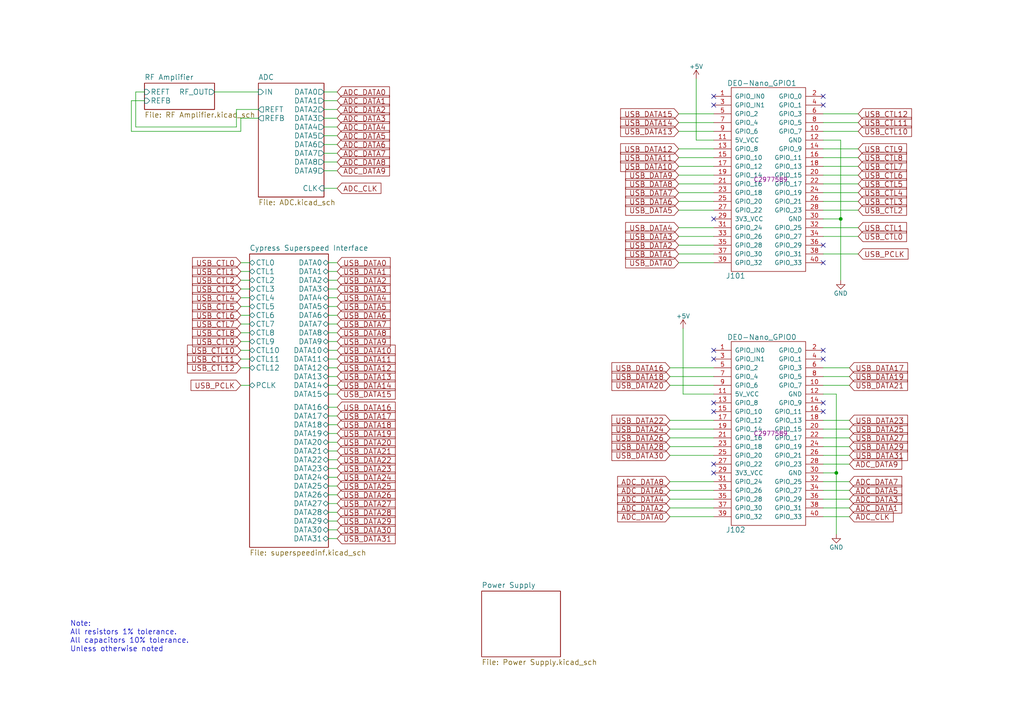
<source format=kicad_sch>
(kicad_sch (version 20250114) (generator "eeschema") (generator_version "9.0")
  (paper "A4")
  (title_block (title "Domesday Duplicator") (date "2018-06-19") (rev "3.0.1") (company "https://www.domesday86.com") (comment 1 "(c)2018 Simon Inns") (comment 2 "License: Attribution-ShareAlike 4.0 International (CC BY-SA 4.0)"))
  (lib_symbols
    (symbol "+5V_1" (power) (pin_names (offset 0))
      (property "Value" "+5V" (at 0 3.556 0))
      (symbol "+5V_1_0_1"
        (polyline (pts (xy -0.762 1.27) (xy 0 2.54)))
        (polyline (pts (xy 0 2.54) (xy 0.762 1.27)))
        (polyline (pts (xy 0 0) (xy 0 2.54)))
      )
      (symbol "+5V_1_1_1"
        (pin power_in line (at 0 0 90) (length 0) (hide yes) (name "+5V") (number "1"))
      )
    )
    (symbol "+5V_2" (power) (pin_names (offset 0))
      (property "Value" "+5V" (at 0 3.556 0))
      (symbol "+5V_2_0_1"
        (polyline (pts (xy -0.762 1.27) (xy 0 2.54)))
        (polyline (pts (xy 0 2.54) (xy 0.762 1.27)))
        (polyline (pts (xy 0 0) (xy 0 2.54)))
      )
      (symbol "+5V_2_1_1"
        (pin power_in line (at 0 0 90) (length 0) (hide yes) (name "+5V") (number "1"))
      )
    )
    (symbol "+5V_3" (power) (pin_names (offset 0))
      (property "Value" "+5V" (at 0 3.556 0))
      (symbol "+5V_3_0_1"
        (polyline (pts (xy -0.762 1.27) (xy 0 2.54)))
        (polyline (pts (xy 0 2.54) (xy 0.762 1.27)))
        (polyline (pts (xy 0 0) (xy 0 2.54)))
      )
      (symbol "+5V_3_1_1"
        (pin power_in line (at 0 0 90) (length 0) (hide yes) (name "+5V") (number "1"))
      )
    )
    (symbol "+5V_4" (power) (pin_names (offset 0))
      (property "Value" "+5V" (at 0 3.556 0))
      (symbol "+5V_4_0_1"
        (polyline (pts (xy -0.762 1.27) (xy 0 2.54)))
        (polyline (pts (xy 0 2.54) (xy 0.762 1.27)))
        (polyline (pts (xy 0 0) (xy 0 2.54)))
      )
      (symbol "+5V_4_1_1"
        (pin power_in line (at 0 0 90) (length 0) (hide yes) (name "+5V") (number "1"))
      )
    )
    (symbol "GND_1" (power) (pin_names (offset 0))
      (property "Value" "GND" (at 0 -3.81 0))
      (symbol "GND_1_0_1"
        (polyline (pts (xy 0 0) (xy 0 -1.27) (xy 1.27 -1.27) (xy 0 -2.54) (xy -1.27 -1.27) (xy 0 -1.27)))
      )
      (symbol "GND_1_1_1"
        (pin power_in line (at 0 0 270) (length 0) (hide yes) (name "GND") (number "1"))
      )
    )
    (symbol "GND_2" (power) (pin_names (offset 0))
      (property "Value" "GND" (at 0 -3.81 0))
      (symbol "GND_2_0_1"
        (polyline (pts (xy 0 0) (xy 0 -1.27) (xy 1.27 -1.27) (xy 0 -2.54) (xy -1.27 -1.27) (xy 0 -1.27)))
      )
      (symbol "GND_2_1_1"
        (pin power_in line (at 0 0 270) (length 0) (hide yes) (name "GND") (number "1"))
      )
    )
    (symbol "GND_3" (power) (pin_names (offset 0))
      (property "Value" "GND" (at 0 -3.81 0))
      (symbol "GND_3_0_1"
        (polyline (pts (xy 0 0) (xy 0 -1.27) (xy 1.27 -1.27) (xy 0 -2.54) (xy -1.27 -1.27) (xy 0 -1.27)))
      )
      (symbol "GND_3_1_1"
        (pin power_in line (at 0 0 270) (length 0) (hide yes) (name "GND") (number "1"))
      )
    )
    (symbol "GND_4" (power) (pin_names (offset 0))
      (property "Value" "GND" (at 0 -3.81 0))
      (symbol "GND_4_0_1"
        (polyline (pts (xy 0 0) (xy 0 -1.27) (xy 1.27 -1.27) (xy 0 -2.54) (xy -1.27 -1.27) (xy 0 -1.27)))
      )
      (symbol "GND_4_1_1"
        (pin power_in line (at 0 0 270) (length 0) (hide yes) (name "GND") (number "1"))
      )
    )
    (symbol "de0-nano_gpio:DE0-Nano_GPIO" (pin_names (offset 1.016))
      (property "Reference" "J" (at -10.16 -27.94 0))
      (property "Value" "DE0-Nano_GPIO" (at -2.54 27.94 0))
      (symbol "DE0-Nano_GPIO_0_1"
        (rectangle (start -11.43 26.67) (end 10.16 -26.67))
      )
      (symbol "DE0-Nano_GPIO_1_1"
        (pin input line (at -16.51 24.13 0) (length 5.08) (name "GPIO_IN0") (number "1"))
        (pin input line (at -16.51 21.59 0) (length 5.08) (name "GPIO_IN1") (number "3"))
        (pin bidirectional line (at -16.51 19.05 0) (length 5.08) (name "GPIO_2") (number "5"))
        (pin bidirectional line (at -16.51 16.51 0) (length 5.08) (name "GPIO_4") (number "7"))
        (pin bidirectional line (at -16.51 13.97 0) (length 5.08) (name "GPIO_6") (number "9"))
        (pin power_in line (at -16.51 11.43 0) (length 5.08) (name "5V_VCC") (number "11"))
        (pin bidirectional line (at -16.51 8.89 0) (length 5.08) (name "GPIO_8") (number "13"))
        (pin bidirectional line (at -16.51 6.35 0) (length 5.08) (name "GPIO_10") (number "15"))
        (pin bidirectional line (at -16.51 3.81 0) (length 5.08) (name "GPIO_12") (number "17"))
        (pin bidirectional line (at -16.51 1.27 0) (length 5.08) (name "GPIO_14") (number "19"))
        (pin bidirectional line (at -16.51 -1.27 0) (length 5.08) (name "GPIO_16") (number "21"))
        (pin bidirectional line (at -16.51 -3.81 0) (length 5.08) (name "GPIO_18") (number "23"))
        (pin bidirectional line (at -16.51 -6.35 0) (length 5.08) (name "GPIO_20") (number "25"))
        (pin bidirectional line (at -16.51 -8.89 0) (length 5.08) (name "GPIO_22") (number "27"))
        (pin power_in line (at -16.51 -11.43 0) (length 5.08) (name "3V3_VCC") (number "29"))
        (pin bidirectional line (at -16.51 -13.97 0) (length 5.08) (name "GPIO_24") (number "31"))
        (pin bidirectional line (at -16.51 -16.51 0) (length 5.08) (name "GPIO_26") (number "33"))
        (pin bidirectional line (at -16.51 -19.05 0) (length 5.08) (name "GPIO_28") (number "35"))
        (pin bidirectional line (at -16.51 -21.59 0) (length 5.08) (name "GPIO_30") (number "37"))
        (pin bidirectional line (at -16.51 -24.13 0) (length 5.08) (name "GPIO_32") (number "39"))
        (pin bidirectional line (at 15.24 24.13 180) (length 5.08) (name "GPIO_0") (number "2"))
        (pin bidirectional line (at 15.24 21.59 180) (length 5.08) (name "GPIO_1") (number "4"))
        (pin bidirectional line (at 15.24 19.05 180) (length 5.08) (name "GPIO_3") (number "6"))
        (pin bidirectional line (at 15.24 16.51 180) (length 5.08) (name "GPIO_5") (number "8"))
        (pin bidirectional line (at 15.24 13.97 180) (length 5.08) (name "GPIO_7") (number "10"))
        (pin power_in line (at 15.24 11.43 180) (length 5.08) (name "GND") (number "12"))
        (pin bidirectional line (at 15.24 8.89 180) (length 5.08) (name "GPIO_9") (number "14"))
        (pin bidirectional line (at 15.24 6.35 180) (length 5.08) (name "GPIO_11") (number "16"))
        (pin bidirectional line (at 15.24 3.81 180) (length 5.08) (name "GPIO_13") (number "18"))
        (pin bidirectional line (at 15.24 1.27 180) (length 5.08) (name "GPIO_15") (number "20"))
        (pin bidirectional line (at 15.24 -1.27 180) (length 5.08) (name "GPIO_17") (number "22"))
        (pin bidirectional line (at 15.24 -3.81 180) (length 5.08) (name "GPIO_19") (number "24"))
        (pin bidirectional line (at 15.24 -6.35 180) (length 5.08) (name "GPIO_21") (number "26"))
        (pin bidirectional line (at 15.24 -8.89 180) (length 5.08) (name "GPIO_23") (number "28"))
        (pin power_in line (at 15.24 -11.43 180) (length 5.08) (name "GND") (number "30"))
        (pin bidirectional line (at 15.24 -13.97 180) (length 5.08) (name "GPIO_25") (number "32"))
        (pin bidirectional line (at 15.24 -16.51 180) (length 5.08) (name "GPIO_27") (number "34"))
        (pin bidirectional line (at 15.24 -19.05 180) (length 5.08) (name "GPIO_29") (number "36"))
        (pin bidirectional line (at 15.24 -21.59 180) (length 5.08) (name "GPIO_31") (number "38"))
        (pin bidirectional line (at 15.24 -24.13 180) (length 5.08) (name "GPIO_33") (number "40"))
      )
    )
  )
  (text "Note:\nAll resistors 1% tolerance.\nAll capacitors 10% tolerance.\nUnless otherwise noted" (at 20.32 189.23 0) (effects (font (size 1.524 1.524)) (justify left bottom)))
  (junction (at 243.84 63.5))
  (junction (at 242.57 137.16))
  (no_connect (at 238.76 119.38))
  (no_connect (at 207.01 30.48))
  (no_connect (at 207.01 63.5))
  (no_connect (at 238.76 101.6))
  (no_connect (at 238.76 71.12))
  (no_connect (at 207.01 119.38))
  (no_connect (at 238.76 76.2))
  (no_connect (at 238.76 27.94))
  (no_connect (at 207.01 27.94))
  (no_connect (at 207.01 104.14))
  (no_connect (at 238.76 30.48))
  (no_connect (at 207.01 116.84))
  (no_connect (at 207.01 134.62))
  (no_connect (at 238.76 104.14))
  (no_connect (at 207.01 101.6))
  (no_connect (at 238.76 116.84))
  (no_connect (at 207.01 137.16))
  (wire (pts (xy 248.92 35.56) (xy 238.76 35.56)))
  (wire (pts (xy 248.92 60.96) (xy 238.76 60.96)))
  (wire (pts (xy 238.76 106.68) (xy 246.38 106.68)))
  (wire (pts (xy 69.85 83.82) (xy 72.39 83.82)))
  (wire (pts (xy 97.79 106.68) (xy 95.25 106.68)))
  (wire (pts (xy 194.31 127) (xy 207.01 127)))
  (wire (pts (xy 39.37 26.67) (xy 41.91 26.67)))
  (wire (pts (xy 95.25 138.43) (xy 97.79 138.43)))
  (wire (pts (xy 242.57 114.3) (xy 242.57 137.16)))
  (wire (pts (xy 194.31 139.7) (xy 207.01 139.7)))
  (wire (pts (xy 95.25 135.89) (xy 97.79 135.89)))
  (wire (pts (xy 196.85 53.34) (xy 207.01 53.34)))
  (wire (pts (xy 97.79 88.9) (xy 95.25 88.9)))
  (wire (pts (xy 95.25 133.35) (xy 97.79 133.35)))
  (wire (pts (xy 238.76 139.7) (xy 246.38 139.7)))
  (wire (pts (xy 238.76 38.1) (xy 248.92 38.1)))
  (wire (pts (xy 196.85 43.18) (xy 207.01 43.18)))
  (wire (pts (xy 238.76 121.92) (xy 246.38 121.92)))
  (wire (pts (xy 238.76 111.76) (xy 246.38 111.76)))
  (wire (pts (xy 69.85 78.74) (xy 72.39 78.74)))
  (wire (pts (xy 207.01 129.54) (xy 194.31 129.54)))
  (wire (pts (xy 93.98 36.83) (xy 97.79 36.83)))
  (wire (pts (xy 238.76 58.42) (xy 248.92 58.42)))
  (wire (pts (xy 198.12 114.3) (xy 207.01 114.3)))
  (wire (pts (xy 238.76 114.3) (xy 242.57 114.3)))
  (wire (pts (xy 194.31 147.32) (xy 207.01 147.32)))
  (wire (pts (xy 93.98 31.75) (xy 97.79 31.75)))
  (wire (pts (xy 95.25 143.51) (xy 97.79 143.51)))
  (wire (pts (xy 246.38 144.78) (xy 238.76 144.78)))
  (wire (pts (xy 69.85 76.2) (xy 72.39 76.2)))
  (wire (pts (xy 246.38 109.22) (xy 238.76 109.22)))
  (wire (pts (xy 243.84 40.64) (xy 243.84 63.5)))
  (wire (pts (xy 69.85 111.76) (xy 72.39 111.76)))
  (wire (pts (xy 238.76 134.62) (xy 246.38 134.62)))
  (wire (pts (xy 97.79 104.14) (xy 95.25 104.14)))
  (wire (pts (xy 207.01 66.04) (xy 196.85 66.04)))
  (wire (pts (xy 69.85 86.36) (xy 72.39 86.36)))
  (wire (pts (xy 93.98 39.37) (xy 97.79 39.37)))
  (wire (pts (xy 201.93 40.64) (xy 207.01 40.64)))
  (wire (pts (xy 243.84 63.5) (xy 243.84 81.28)))
  (wire (pts (xy 196.85 73.66) (xy 207.01 73.66)))
  (wire (pts (xy 95.25 146.05) (xy 97.79 146.05)))
  (wire (pts (xy 246.38 124.46) (xy 238.76 124.46)))
  (wire (pts (xy 194.31 142.24) (xy 207.01 142.24)))
  (wire (pts (xy 207.01 149.86) (xy 194.31 149.86)))
  (wire (pts (xy 97.79 96.52) (xy 95.25 96.52)))
  (wire (pts (xy 194.31 106.68) (xy 207.01 106.68)))
  (wire (pts (xy 93.98 46.99) (xy 97.79 46.99)))
  (wire (pts (xy 95.25 128.27) (xy 97.79 128.27)))
  (wire (pts (xy 207.01 124.46) (xy 194.31 124.46)))
  (wire (pts (xy 93.98 34.29) (xy 97.79 34.29)))
  (wire (pts (xy 97.79 81.28) (xy 95.25 81.28)))
  (wire (pts (xy 198.12 114.3) (xy 198.12 95.25)))
  (wire (pts (xy 246.38 142.24) (xy 238.76 142.24)))
  (wire (pts (xy 238.76 137.16) (xy 242.57 137.16)))
  (wire (pts (xy 207.01 38.1) (xy 196.85 38.1)))
  (wire (pts (xy 238.76 40.64) (xy 243.84 40.64)))
  (wire (pts (xy 97.79 76.2) (xy 95.25 76.2)))
  (wire (pts (xy 238.76 63.5) (xy 243.84 63.5)))
  (wire (pts (xy 248.92 48.26) (xy 238.76 48.26)))
  (wire (pts (xy 97.79 114.3) (xy 95.25 114.3)))
  (wire (pts (xy 93.98 54.61) (xy 97.79 54.61)))
  (wire (pts (xy 93.98 49.53) (xy 97.79 49.53)))
  (wire (pts (xy 69.85 104.14) (xy 72.39 104.14)))
  (wire (pts (xy 242.57 137.16) (xy 242.57 154.94)))
  (wire (pts (xy 194.31 144.78) (xy 207.01 144.78)))
  (wire (pts (xy 248.92 68.58) (xy 238.76 68.58)))
  (wire (pts (xy 194.31 132.08) (xy 207.01 132.08)))
  (wire (pts (xy 196.85 76.2) (xy 207.01 76.2)))
  (wire (pts (xy 238.76 132.08) (xy 246.38 132.08)))
  (wire (pts (xy 69.85 106.68) (xy 72.39 106.68)))
  (wire (pts (xy 69.85 34.29) (xy 69.85 38.1)))
  (wire (pts (xy 97.79 86.36) (xy 95.25 86.36)))
  (wire (pts (xy 69.85 38.1) (xy 38.1 38.1)))
  (wire (pts (xy 196.85 50.8) (xy 207.01 50.8)))
  (wire (pts (xy 69.85 93.98) (xy 72.39 93.98)))
  (wire (pts (xy 248.92 53.34) (xy 238.76 53.34)))
  (wire (pts (xy 95.25 148.59) (xy 97.79 148.59)))
  (wire (pts (xy 69.85 101.6) (xy 72.39 101.6)))
  (wire (pts (xy 69.85 81.28) (xy 72.39 81.28)))
  (wire (pts (xy 62.23 26.67) (xy 74.93 26.67)))
  (wire (pts (xy 207.01 109.22) (xy 194.31 109.22)))
  (wire (pts (xy 196.85 55.88) (xy 207.01 55.88)))
  (wire (pts (xy 238.76 73.66) (xy 248.92 73.66)))
  (wire (pts (xy 69.85 99.06) (xy 72.39 99.06)))
  (wire (pts (xy 246.38 149.86) (xy 238.76 149.86)))
  (wire (pts (xy 69.85 91.44) (xy 72.39 91.44)))
  (wire (pts (xy 238.76 43.18) (xy 248.92 43.18)))
  (wire (pts (xy 69.85 96.52) (xy 72.39 96.52)))
  (wire (pts (xy 238.76 127) (xy 246.38 127)))
  (wire (pts (xy 95.25 125.73) (xy 97.79 125.73)))
  (wire (pts (xy 95.25 140.97) (xy 97.79 140.97)))
  (wire (pts (xy 93.98 44.45) (xy 97.79 44.45)))
  (wire (pts (xy 93.98 41.91) (xy 97.79 41.91)))
  (wire (pts (xy 246.38 147.32) (xy 238.76 147.32)))
  (wire (pts (xy 95.25 118.11) (xy 97.79 118.11)))
  (wire (pts (xy 68.58 31.75) (xy 68.58 36.83)))
  (wire (pts (xy 201.93 40.64) (xy 201.93 22.86)))
  (wire (pts (xy 74.93 34.29) (xy 69.85 34.29)))
  (wire (pts (xy 97.79 99.06) (xy 95.25 99.06)))
  (wire (pts (xy 238.76 45.72) (xy 248.92 45.72)))
  (wire (pts (xy 238.76 55.88) (xy 248.92 55.88)))
  (wire (pts (xy 196.85 58.42) (xy 207.01 58.42)))
  (wire (pts (xy 95.25 120.65) (xy 97.79 120.65)))
  (wire (pts (xy 196.85 68.58) (xy 207.01 68.58)))
  (wire (pts (xy 196.85 60.96) (xy 207.01 60.96)))
  (wire (pts (xy 238.76 50.8) (xy 248.92 50.8)))
  (wire (pts (xy 95.25 151.13) (xy 97.79 151.13)))
  (wire (pts (xy 93.98 26.67) (xy 97.79 26.67)))
  (wire (pts (xy 97.79 109.22) (xy 95.25 109.22)))
  (wire (pts (xy 196.85 48.26) (xy 207.01 48.26)))
  (wire (pts (xy 95.25 130.81) (xy 97.79 130.81)))
  (wire (pts (xy 207.01 33.02) (xy 196.85 33.02)))
  (wire (pts (xy 238.76 66.04) (xy 248.92 66.04)))
  (wire (pts (xy 238.76 33.02) (xy 248.92 33.02)))
  (wire (pts (xy 196.85 71.12) (xy 207.01 71.12)))
  (wire (pts (xy 97.79 91.44) (xy 95.25 91.44)))
  (wire (pts (xy 194.31 121.92) (xy 207.01 121.92)))
  (wire (pts (xy 95.25 153.67) (xy 97.79 153.67)))
  (wire (pts (xy 38.1 38.1) (xy 38.1 29.21)))
  (wire (pts (xy 93.98 29.21) (xy 97.79 29.21)))
  (wire (pts (xy 69.85 88.9) (xy 72.39 88.9)))
  (wire (pts (xy 97.79 83.82) (xy 95.25 83.82)))
  (wire (pts (xy 97.79 78.74) (xy 95.25 78.74)))
  (wire (pts (xy 95.25 156.21) (xy 97.79 156.21)))
  (wire (pts (xy 74.93 31.75) (xy 68.58 31.75)))
  (wire (pts (xy 95.25 123.19) (xy 97.79 123.19)))
  (wire (pts (xy 196.85 45.72) (xy 207.01 45.72)))
  (wire (pts (xy 194.31 111.76) (xy 207.01 111.76)))
  (wire (pts (xy 196.85 35.56) (xy 207.01 35.56)))
  (wire (pts (xy 39.37 36.83) (xy 39.37 26.67)))
  (wire (pts (xy 97.79 101.6) (xy 95.25 101.6)))
  (wire (pts (xy 38.1 29.21) (xy 41.91 29.21)))
  (wire (pts (xy 97.79 93.98) (xy 95.25 93.98)))
  (wire (pts (xy 246.38 129.54) (xy 238.76 129.54)))
  (wire (pts (xy 68.58 36.83) (xy 39.37 36.83)))
  (wire (pts (xy 97.79 111.76) (xy 95.25 111.76)))
  (global_label "USB_DATA9" (shape input) (at 196.85 50.8 180) (effects (font (size 1.524 1.524))) (property "Intersheetrefs" "${INTERSHEET_REFS}" (effects (hide yes))))
  (global_label "ADC_CLK" (shape input) (at 246.38 149.86 0) (effects (font (size 1.524 1.524))) (property "Intersheetrefs" "${INTERSHEET_REFS}" (effects (hide yes))))
  (global_label "USB_DATA3" (shape input) (at 196.85 68.58 180) (effects (font (size 1.524 1.524))) (property "Intersheetrefs" "${INTERSHEET_REFS}" (effects (hide yes))))
  (global_label "USB_CTL1" (shape input) (at 69.85 78.74 180) (effects (font (size 1.524 1.524))) (property "Intersheetrefs" "${INTERSHEET_REFS}" (effects (hide yes))))
  (global_label "ADC_DATA3" (shape input) (at 246.38 144.78 0) (effects (font (size 1.524 1.524))) (property "Intersheetrefs" "${INTERSHEET_REFS}" (effects (hide yes))))
  (global_label "ADC_DATA3" (shape input) (at 97.79 34.29 0) (effects (font (size 1.524 1.524))) (property "Intersheetrefs" "${INTERSHEET_REFS}" (effects (hide yes))))
  (global_label "USB_DATA2" (shape input) (at 97.79 81.28 0) (effects (font (size 1.524 1.524))) (property "Intersheetrefs" "${INTERSHEET_REFS}" (effects (hide yes))))
  (global_label "USB_DATA19" (shape input) (at 97.79 125.73 0) (effects (font (size 1.524 1.524))) (property "Intersheetrefs" "${INTERSHEET_REFS}" (effects (hide yes))))
  (global_label "USB_DATA11" (shape input) (at 97.79 104.14 0) (effects (font (size 1.524 1.524))) (property "Intersheetrefs" "${INTERSHEET_REFS}" (effects (hide yes))))
  (global_label "USB_DATA26" (shape input) (at 97.79 143.51 0) (effects (font (size 1.524 1.524))) (property "Intersheetrefs" "${INTERSHEET_REFS}" (effects (hide yes))))
  (global_label "USB_DATA8" (shape input) (at 196.85 53.34 180) (effects (font (size 1.524 1.524))) (property "Intersheetrefs" "${INTERSHEET_REFS}" (effects (hide yes))))
  (global_label "USB_CTL8" (shape input) (at 248.92 45.72 0) (effects (font (size 1.524 1.524))) (property "Intersheetrefs" "${INTERSHEET_REFS}" (effects (hide yes))))
  (global_label "USB_DATA24" (shape input) (at 97.79 138.43 0) (effects (font (size 1.524 1.524))) (property "Intersheetrefs" "${INTERSHEET_REFS}" (effects (hide yes))))
  (global_label "USB_CTL12" (shape input) (at 69.85 106.68 180) (effects (font (size 1.524 1.524))) (property "Intersheetrefs" "${INTERSHEET_REFS}" (effects (hide yes))))
  (global_label "USB_DATA27" (shape input) (at 246.38 127 0) (effects (font (size 1.524 1.524))) (property "Intersheetrefs" "${INTERSHEET_REFS}" (effects (hide yes))))
  (global_label "USB_DATA8" (shape input) (at 97.79 96.52 0) (effects (font (size 1.524 1.524))) (property "Intersheetrefs" "${INTERSHEET_REFS}" (effects (hide yes))))
  (global_label "USB_DATA31" (shape input) (at 97.79 156.21 0) (effects (font (size 1.524 1.524))) (property "Intersheetrefs" "${INTERSHEET_REFS}" (effects (hide yes))))
  (global_label "USB_DATA22" (shape input) (at 97.79 133.35 0) (effects (font (size 1.524 1.524))) (property "Intersheetrefs" "${INTERSHEET_REFS}" (effects (hide yes))))
  (global_label "USB_CTL0" (shape input) (at 69.85 76.2 180) (effects (font (size 1.524 1.524))) (property "Intersheetrefs" "${INTERSHEET_REFS}" (effects (hide yes))))
  (global_label "USB_DATA30" (shape input) (at 194.31 132.08 180) (effects (font (size 1.524 1.524))) (property "Intersheetrefs" "${INTERSHEET_REFS}" (effects (hide yes))))
  (global_label "USB_DATA9" (shape input) (at 97.79 99.06 0) (effects (font (size 1.524 1.524))) (property "Intersheetrefs" "${INTERSHEET_REFS}" (effects (hide yes))))
  (global_label "USB_CTL5" (shape input) (at 69.85 88.9 180) (effects (font (size 1.524 1.524))) (property "Intersheetrefs" "${INTERSHEET_REFS}" (effects (hide yes))))
  (global_label "USB_DATA10" (shape input) (at 97.79 101.6 0) (effects (font (size 1.524 1.524))) (property "Intersheetrefs" "${INTERSHEET_REFS}" (effects (hide yes))))
  (global_label "USB_DATA3" (shape input) (at 97.79 83.82 0) (effects (font (size 1.524 1.524))) (property "Intersheetrefs" "${INTERSHEET_REFS}" (effects (hide yes))))
  (global_label "USB_DATA17" (shape input) (at 97.79 120.65 0) (effects (font (size 1.524 1.524))) (property "Intersheetrefs" "${INTERSHEET_REFS}" (effects (hide yes))))
  (global_label "USB_DATA28" (shape input) (at 194.31 129.54 180) (effects (font (size 1.524 1.524))) (property "Intersheetrefs" "${INTERSHEET_REFS}" (effects (hide yes))))
  (global_label "USB_CTL5" (shape input) (at 248.92 53.34 0) (effects (font (size 1.524 1.524))) (property "Intersheetrefs" "${INTERSHEET_REFS}" (effects (hide yes))))
  (global_label "USB_DATA18" (shape input) (at 194.31 109.22 180) (effects (font (size 1.524 1.524))) (property "Intersheetrefs" "${INTERSHEET_REFS}" (effects (hide yes))))
  (global_label "USB_CTL11" (shape input) (at 69.85 104.14 180) (effects (font (size 1.524 1.524))) (property "Intersheetrefs" "${INTERSHEET_REFS}" (effects (hide yes))))
  (global_label "ADC_CLK" (shape input) (at 97.79 54.61 0) (effects (font (size 1.524 1.524))) (property "Intersheetrefs" "${INTERSHEET_REFS}" (effects (hide yes))))
  (global_label "USB_DATA6" (shape input) (at 97.79 91.44 0) (effects (font (size 1.524 1.524))) (property "Intersheetrefs" "${INTERSHEET_REFS}" (effects (hide yes))))
  (global_label "USB_CTL12" (shape input) (at 248.92 33.02 0) (effects (font (size 1.524 1.524))) (property "Intersheetrefs" "${INTERSHEET_REFS}" (effects (hide yes))))
  (global_label "USB_DATA23" (shape input) (at 97.79 135.89 0) (effects (font (size 1.524 1.524))) (property "Intersheetrefs" "${INTERSHEET_REFS}" (effects (hide yes))))
  (global_label "USB_DATA7" (shape input) (at 196.85 55.88 180) (effects (font (size 1.524 1.524))) (property "Intersheetrefs" "${INTERSHEET_REFS}" (effects (hide yes))))
  (global_label "USB_PCLK" (shape input) (at 69.85 111.76 180) (effects (font (size 1.524 1.524))) (property "Intersheetrefs" "${INTERSHEET_REFS}" (effects (hide yes))))
  (global_label "USB_DATA1" (shape input) (at 196.85 73.66 180) (effects (font (size 1.524 1.524))) (property "Intersheetrefs" "${INTERSHEET_REFS}" (effects (hide yes))))
  (global_label "USB_DATA16" (shape input) (at 194.31 106.68 180) (effects (font (size 1.524 1.524))) (property "Intersheetrefs" "${INTERSHEET_REFS}" (effects (hide yes))))
  (global_label "USB_DATA15" (shape input) (at 97.79 114.3 0) (effects (font (size 1.524 1.524))) (property "Intersheetrefs" "${INTERSHEET_REFS}" (effects (hide yes))))
  (global_label "USB_DATA19" (shape input) (at 246.38 109.22 0) (effects (font (size 1.524 1.524))) (property "Intersheetrefs" "${INTERSHEET_REFS}" (effects (hide yes))))
  (global_label "ADC_DATA0" (shape input) (at 194.31 149.86 180) (effects (font (size 1.524 1.524))) (property "Intersheetrefs" "${INTERSHEET_REFS}" (effects (hide yes))))
  (global_label "USB_PCLK" (shape input) (at 248.92 73.66 0) (effects (font (size 1.524 1.524))) (property "Intersheetrefs" "${INTERSHEET_REFS}" (effects (hide yes))))
  (global_label "USB_CTL9" (shape input) (at 69.85 99.06 180) (effects (font (size 1.524 1.524))) (property "Intersheetrefs" "${INTERSHEET_REFS}" (effects (hide yes))))
  (global_label "ADC_DATA2" (shape input) (at 97.79 31.75 0) (effects (font (size 1.524 1.524))) (property "Intersheetrefs" "${INTERSHEET_REFS}" (effects (hide yes))))
  (global_label "ADC_DATA2" (shape input) (at 194.31 147.32 180) (effects (font (size 1.524 1.524))) (property "Intersheetrefs" "${INTERSHEET_REFS}" (effects (hide yes))))
  (global_label "USB_DATA24" (shape input) (at 194.31 124.46 180) (effects (font (size 1.524 1.524))) (property "Intersheetrefs" "${INTERSHEET_REFS}" (effects (hide yes))))
  (global_label "ADC_DATA9" (shape input) (at 246.38 134.62 0) (effects (font (size 1.524 1.524))) (property "Intersheetrefs" "${INTERSHEET_REFS}" (effects (hide yes))))
  (global_label "USB_CTL4" (shape input) (at 248.92 55.88 0) (effects (font (size 1.524 1.524))) (property "Intersheetrefs" "${INTERSHEET_REFS}" (effects (hide yes))))
  (global_label "USB_DATA10" (shape input) (at 196.85 48.26 180) (effects (font (size 1.524 1.524))) (property "Intersheetrefs" "${INTERSHEET_REFS}" (effects (hide yes))))
  (global_label "USB_CTL3" (shape input) (at 69.85 83.82 180) (effects (font (size 1.524 1.524))) (property "Intersheetrefs" "${INTERSHEET_REFS}" (effects (hide yes))))
  (global_label "USB_CTL2" (shape input) (at 69.85 81.28 180) (effects (font (size 1.524 1.524))) (property "Intersheetrefs" "${INTERSHEET_REFS}" (effects (hide yes))))
  (global_label "USB_DATA13" (shape input) (at 97.79 109.22 0) (effects (font (size 1.524 1.524))) (property "Intersheetrefs" "${INTERSHEET_REFS}" (effects (hide yes))))
  (global_label "USB_CTL0" (shape input) (at 248.92 68.58 0) (effects (font (size 1.524 1.524))) (property "Intersheetrefs" "${INTERSHEET_REFS}" (effects (hide yes))))
  (global_label "USB_CTL6" (shape input) (at 69.85 91.44 180) (effects (font (size 1.524 1.524))) (property "Intersheetrefs" "${INTERSHEET_REFS}" (effects (hide yes))))
  (global_label "USB_CTL10" (shape input) (at 69.85 101.6 180) (effects (font (size 1.524 1.524))) (property "Intersheetrefs" "${INTERSHEET_REFS}" (effects (hide yes))))
  (global_label "USB_DATA25" (shape input) (at 97.79 140.97 0) (effects (font (size 1.524 1.524))) (property "Intersheetrefs" "${INTERSHEET_REFS}" (effects (hide yes))))
  (global_label "USB_DATA16" (shape input) (at 97.79 118.11 0) (effects (font (size 1.524 1.524))) (property "Intersheetrefs" "${INTERSHEET_REFS}" (effects (hide yes))))
  (global_label "USB_DATA14" (shape input) (at 97.79 111.76 0) (effects (font (size 1.524 1.524))) (property "Intersheetrefs" "${INTERSHEET_REFS}" (effects (hide yes))))
  (global_label "USB_CTL2" (shape input) (at 248.92 60.96 0) (effects (font (size 1.524 1.524))) (property "Intersheetrefs" "${INTERSHEET_REFS}" (effects (hide yes))))
  (global_label "USB_DATA20" (shape input) (at 97.79 128.27 0) (effects (font (size 1.524 1.524))) (property "Intersheetrefs" "${INTERSHEET_REFS}" (effects (hide yes))))
  (global_label "ADC_DATA5" (shape input) (at 97.79 39.37 0) (effects (font (size 1.524 1.524))) (property "Intersheetrefs" "${INTERSHEET_REFS}" (effects (hide yes))))
  (global_label "USB_DATA1" (shape input) (at 97.79 78.74 0) (effects (font (size 1.524 1.524))) (property "Intersheetrefs" "${INTERSHEET_REFS}" (effects (hide yes))))
  (global_label "ADC_DATA6" (shape input) (at 97.79 41.91 0) (effects (font (size 1.524 1.524))) (property "Intersheetrefs" "${INTERSHEET_REFS}" (effects (hide yes))))
  (global_label "USB_DATA5" (shape input) (at 97.79 88.9 0) (effects (font (size 1.524 1.524))) (property "Intersheetrefs" "${INTERSHEET_REFS}" (effects (hide yes))))
  (global_label "USB_DATA26" (shape input) (at 194.31 127 180) (effects (font (size 1.524 1.524))) (property "Intersheetrefs" "${INTERSHEET_REFS}" (effects (hide yes))))
  (global_label "USB_DATA17" (shape input) (at 246.38 106.68 0) (effects (font (size 1.524 1.524))) (property "Intersheetrefs" "${INTERSHEET_REFS}" (effects (hide yes))))
  (global_label "USB_DATA12" (shape input) (at 97.79 106.68 0) (effects (font (size 1.524 1.524))) (property "Intersheetrefs" "${INTERSHEET_REFS}" (effects (hide yes))))
  (global_label "USB_DATA4" (shape input) (at 196.85 66.04 180) (effects (font (size 1.524 1.524))) (property "Intersheetrefs" "${INTERSHEET_REFS}" (effects (hide yes))))
  (global_label "USB_CTL8" (shape input) (at 69.85 96.52 180) (effects (font (size 1.524 1.524))) (property "Intersheetrefs" "${INTERSHEET_REFS}" (effects (hide yes))))
  (global_label "USB_DATA12" (shape input) (at 196.85 43.18 180) (effects (font (size 1.524 1.524))) (property "Intersheetrefs" "${INTERSHEET_REFS}" (effects (hide yes))))
  (global_label "USB_DATA28" (shape input) (at 97.79 148.59 0) (effects (font (size 1.524 1.524))) (property "Intersheetrefs" "${INTERSHEET_REFS}" (effects (hide yes))))
  (global_label "USB_DATA0" (shape input) (at 97.79 76.2 0) (effects (font (size 1.524 1.524))) (property "Intersheetrefs" "${INTERSHEET_REFS}" (effects (hide yes))))
  (global_label "USB_CTL3" (shape input) (at 248.92 58.42 0) (effects (font (size 1.524 1.524))) (property "Intersheetrefs" "${INTERSHEET_REFS}" (effects (hide yes))))
  (global_label "ADC_DATA1" (shape input) (at 97.79 29.21 0) (effects (font (size 1.524 1.524))) (property "Intersheetrefs" "${INTERSHEET_REFS}" (effects (hide yes))))
  (global_label "ADC_DATA8" (shape input) (at 97.79 46.99 0) (effects (font (size 1.524 1.524))) (property "Intersheetrefs" "${INTERSHEET_REFS}" (effects (hide yes))))
  (global_label "ADC_DATA6" (shape input) (at 194.31 142.24 180) (effects (font (size 1.524 1.524))) (property "Intersheetrefs" "${INTERSHEET_REFS}" (effects (hide yes))))
  (global_label "USB_DATA21" (shape input) (at 246.38 111.76 0) (effects (font (size 1.524 1.524))) (property "Intersheetrefs" "${INTERSHEET_REFS}" (effects (hide yes))))
  (global_label "USB_DATA6" (shape input) (at 196.85 58.42 180) (effects (font (size 1.524 1.524))) (property "Intersheetrefs" "${INTERSHEET_REFS}" (effects (hide yes))))
  (global_label "USB_DATA22" (shape input) (at 194.31 121.92 180) (effects (font (size 1.524 1.524))) (property "Intersheetrefs" "${INTERSHEET_REFS}" (effects (hide yes))))
  (global_label "ADC_DATA8" (shape input) (at 194.31 139.7 180) (effects (font (size 1.524 1.524))) (property "Intersheetrefs" "${INTERSHEET_REFS}" (effects (hide yes))))
  (global_label "USB_DATA29" (shape input) (at 246.38 129.54 0) (effects (font (size 1.524 1.524))) (property "Intersheetrefs" "${INTERSHEET_REFS}" (effects (hide yes))))
  (global_label "USB_DATA31" (shape input) (at 246.38 132.08 0) (effects (font (size 1.524 1.524))) (property "Intersheetrefs" "${INTERSHEET_REFS}" (effects (hide yes))))
  (global_label "USB_DATA7" (shape input) (at 97.79 93.98 0) (effects (font (size 1.524 1.524))) (property "Intersheetrefs" "${INTERSHEET_REFS}" (effects (hide yes))))
  (global_label "USB_CTL6" (shape input) (at 248.92 50.8 0) (effects (font (size 1.524 1.524))) (property "Intersheetrefs" "${INTERSHEET_REFS}" (effects (hide yes))))
  (global_label "USB_DATA4" (shape input) (at 97.79 86.36 0) (effects (font (size 1.524 1.524))) (property "Intersheetrefs" "${INTERSHEET_REFS}" (effects (hide yes))))
  (global_label "ADC_DATA4" (shape input) (at 97.79 36.83 0) (effects (font (size 1.524 1.524))) (property "Intersheetrefs" "${INTERSHEET_REFS}" (effects (hide yes))))
  (global_label "ADC_DATA9" (shape input) (at 97.79 49.53 0) (effects (font (size 1.524 1.524))) (property "Intersheetrefs" "${INTERSHEET_REFS}" (effects (hide yes))))
  (global_label "USB_DATA23" (shape input) (at 246.38 121.92 0) (effects (font (size 1.524 1.524))) (property "Intersheetrefs" "${INTERSHEET_REFS}" (effects (hide yes))))
  (global_label "USB_DATA21" (shape input) (at 97.79 130.81 0) (effects (font (size 1.524 1.524))) (property "Intersheetrefs" "${INTERSHEET_REFS}" (effects (hide yes))))
  (global_label "USB_DATA0" (shape input) (at 196.85 76.2 180) (effects (font (size 1.524 1.524))) (property "Intersheetrefs" "${INTERSHEET_REFS}" (effects (hide yes))))
  (global_label "USB_DATA29" (shape input) (at 97.79 151.13 0) (effects (font (size 1.524 1.524))) (property "Intersheetrefs" "${INTERSHEET_REFS}" (effects (hide yes))))
  (global_label "USB_CTL1" (shape input) (at 248.92 66.04 0) (effects (font (size 1.524 1.524))) (property "Intersheetrefs" "${INTERSHEET_REFS}" (effects (hide yes))))
  (global_label "USB_CTL7" (shape input) (at 69.85 93.98 180) (effects (font (size 1.524 1.524))) (property "Intersheetrefs" "${INTERSHEET_REFS}" (effects (hide yes))))
  (global_label "USB_DATA25" (shape input) (at 246.38 124.46 0) (effects (font (size 1.524 1.524))) (property "Intersheetrefs" "${INTERSHEET_REFS}" (effects (hide yes))))
  (global_label "USB_CTL4" (shape input) (at 69.85 86.36 180) (effects (font (size 1.524 1.524))) (property "Intersheetrefs" "${INTERSHEET_REFS}" (effects (hide yes))))
  (global_label "USB_CTL10" (shape input) (at 248.92 38.1 0) (effects (font (size 1.524 1.524))) (property "Intersheetrefs" "${INTERSHEET_REFS}" (effects (hide yes))))
  (global_label "USB_DATA11" (shape input) (at 196.85 45.72 180) (effects (font (size 1.524 1.524))) (property "Intersheetrefs" "${INTERSHEET_REFS}" (effects (hide yes))))
  (global_label "ADC_DATA5" (shape input) (at 246.38 142.24 0) (effects (font (size 1.524 1.524))) (property "Intersheetrefs" "${INTERSHEET_REFS}" (effects (hide yes))))
  (global_label "USB_DATA2" (shape input) (at 196.85 71.12 180) (effects (font (size 1.524 1.524))) (property "Intersheetrefs" "${INTERSHEET_REFS}" (effects (hide yes))))
  (global_label "USB_DATA20" (shape input) (at 194.31 111.76 180) (effects (font (size 1.524 1.524))) (property "Intersheetrefs" "${INTERSHEET_REFS}" (effects (hide yes))))
  (global_label "ADC_DATA0" (shape input) (at 97.79 26.67 0) (effects (font (size 1.524 1.524))) (property "Intersheetrefs" "${INTERSHEET_REFS}" (effects (hide yes))))
  (global_label "USB_DATA5" (shape input) (at 196.85 60.96 180) (effects (font (size 1.524 1.524))) (property "Intersheetrefs" "${INTERSHEET_REFS}" (effects (hide yes))))
  (global_label "USB_CTL7" (shape input) (at 248.92 48.26 0) (effects (font (size 1.524 1.524))) (property "Intersheetrefs" "${INTERSHEET_REFS}" (effects (hide yes))))
  (global_label "USB_DATA15" (shape input) (at 196.85 33.02 180) (effects (font (size 1.524 1.524))) (property "Intersheetrefs" "${INTERSHEET_REFS}" (effects (hide yes))))
  (global_label "ADC_DATA7" (shape input) (at 246.38 139.7 0) (effects (font (size 1.524 1.524))) (property "Intersheetrefs" "${INTERSHEET_REFS}" (effects (hide yes))))
  (global_label "USB_DATA30" (shape input) (at 97.79 153.67 0) (effects (font (size 1.524 1.524))) (property "Intersheetrefs" "${INTERSHEET_REFS}" (effects (hide yes))))
  (global_label "USB_DATA14" (shape input) (at 196.85 35.56 180) (effects (font (size 1.524 1.524))) (property "Intersheetrefs" "${INTERSHEET_REFS}" (effects (hide yes))))
  (global_label "ADC_DATA1" (shape input) (at 246.38 147.32 0) (effects (font (size 1.524 1.524))) (property "Intersheetrefs" "${INTERSHEET_REFS}" (effects (hide yes))))
  (global_label "USB_DATA13" (shape input) (at 196.85 38.1 180) (effects (font (size 1.524 1.524))) (property "Intersheetrefs" "${INTERSHEET_REFS}" (effects (hide yes))))
  (global_label "USB_DATA18" (shape input) (at 97.79 123.19 0) (effects (font (size 1.524 1.524))) (property "Intersheetrefs" "${INTERSHEET_REFS}" (effects (hide yes))))
  (global_label "USB_CTL9" (shape input) (at 248.92 43.18 0) (effects (font (size 1.524 1.524))) (property "Intersheetrefs" "${INTERSHEET_REFS}" (effects (hide yes))))
  (global_label "USB_DATA27" (shape input) (at 97.79 146.05 0) (effects (font (size 1.524 1.524))) (property "Intersheetrefs" "${INTERSHEET_REFS}" (effects (hide yes))))
  (global_label "ADC_DATA4" (shape input) (at 194.31 144.78 180) (effects (font (size 1.524 1.524))) (property "Intersheetrefs" "${INTERSHEET_REFS}" (effects (hide yes))))
  (global_label "USB_CTL11" (shape input) (at 248.92 35.56 0) (effects (font (size 1.524 1.524))) (property "Intersheetrefs" "${INTERSHEET_REFS}" (effects (hide yes))))
  (global_label "ADC_DATA7" (shape input) (at 97.79 44.45 0) (effects (font (size 1.524 1.524))) (property "Intersheetrefs" "${INTERSHEET_REFS}" (effects (hide yes))))
  (symbol (lib_id "de0-nano_gpio:DE0-Nano_GPIO") (at 223.52 125.73 0) (unit 1)
    (property "Reference" "J102" (at 213.36 153.67 0) (effects (font (size 1.524 1.524))))
    (property "Value" "DE0-Nano_GPIO0" (at 220.98 97.79 0) (effects (font (size 1.524 1.524))))
    (property "Footprint" "Connector_PinSocket_2.54mm:PinSocket_2x20_P2.54mm_Vertical" (effects (hide yes)))
    (property "LCSC Part" "C2977589" (at 223.52 125.73 0))
  )
  (symbol (lib_name "+5V_3") (lib_id "Domesday-Duplicator-rescue:+5V") (at 201.93 22.86 0) (unit 1)
    (property "Reference" "#PWR04" (effects (hide yes)))
    (property "Value" "+5V" (at 201.93 19.304 0))
  )
  (symbol (lib_name "GND_3") (lib_id "Domesday-Duplicator-rescue:GND") (at 243.84 81.28 0) (unit 1)
    (property "Reference" "#PWR01" (effects (hide yes)))
    (property "Value" "GND" (at 243.84 85.09 0))
  )
  (symbol (lib_id "de0-nano_gpio:DE0-Nano_GPIO") (at 223.52 52.07 0) (unit 1)
    (property "Reference" "J101" (at 213.36 80.01 0) (effects (font (size 1.524 1.524))))
    (property "Value" "DE0-Nano_GPIO1" (at 220.98 24.13 0) (effects (font (size 1.524 1.524))))
    (property "Footprint" "Connector_PinSocket_2.54mm:PinSocket_2x20_P2.54mm_Vertical" (effects (hide yes)))
    (property "LCSC Part" "C2977589" (at 223.52 52.07 0))
  )
  (symbol (lib_name "+5V_4") (lib_id "Domesday-Duplicator-rescue:+5V") (at 198.12 95.25 0) (unit 1)
    (property "Reference" "#PWR02" (effects (hide yes)))
    (property "Value" "+5V" (at 198.12 91.694 0))
  )
  (symbol (lib_name "GND_4") (lib_id "Domesday-Duplicator-rescue:GND") (at 242.57 154.94 0) (unit 1)
    (property "Reference" "#PWR03" (effects (hide yes)))
    (property "Value" "GND" (at 242.57 158.75 0))
  )
  (sheet (at 72.39 73.66) (size 22.86 85.09)
    (property "Sheetname" "Cypress Superspeed Interface" (at 72.39 72.8214 0) (effects (font (size 1.524 1.524)) (justify left bottom)))
    (property "Sheetfile" "superspeedinf.kicad_sch" (at 72.39 159.4362 0) (effects (font (size 1.524 1.524)) (justify left top)))
    (pin "DATA0" bidirectional (at 95.25 76.2 0) (effects (font (size 1.524 1.524))))
    (pin "DATA1" bidirectional (at 95.25 78.74 0) (effects (font (size 1.524 1.524))))
    (pin "DATA2" bidirectional (at 95.25 81.28 0) (effects (font (size 1.524 1.524))))
    (pin "DATA3" bidirectional (at 95.25 83.82 0) (effects (font (size 1.524 1.524))))
    (pin "DATA4" bidirectional (at 95.25 86.36 0) (effects (font (size 1.524 1.524))))
    (pin "DATA5" bidirectional (at 95.25 88.9 0) (effects (font (size 1.524 1.524))))
    (pin "DATA6" bidirectional (at 95.25 91.44 0) (effects (font (size 1.524 1.524))))
    (pin "DATA7" bidirectional (at 95.25 93.98 0) (effects (font (size 1.524 1.524))))
    (pin "DATA8" bidirectional (at 95.25 96.52 0) (effects (font (size 1.524 1.524))))
    (pin "DATA9" bidirectional (at 95.25 99.06 0) (effects (font (size 1.524 1.524))))
    (pin "DATA10" bidirectional (at 95.25 101.6 0) (effects (font (size 1.524 1.524))))
    (pin "DATA11" bidirectional (at 95.25 104.14 0) (effects (font (size 1.524 1.524))))
    (pin "DATA12" bidirectional (at 95.25 106.68 0) (effects (font (size 1.524 1.524))))
    (pin "DATA13" bidirectional (at 95.25 109.22 0) (effects (font (size 1.524 1.524))))
    (pin "DATA14" bidirectional (at 95.25 111.76 0) (effects (font (size 1.524 1.524))))
    (pin "DATA15" bidirectional (at 95.25 114.3 0) (effects (font (size 1.524 1.524))))
    (pin "CTL0" bidirectional (at 72.39 76.2 180) (effects (font (size 1.524 1.524))))
    (pin "CTL1" bidirectional (at 72.39 78.74 180) (effects (font (size 1.524 1.524))))
    (pin "CTL2" bidirectional (at 72.39 81.28 180) (effects (font (size 1.524 1.524))))
    (pin "CTL3" bidirectional (at 72.39 83.82 180) (effects (font (size 1.524 1.524))))
    (pin "CTL4" bidirectional (at 72.39 86.36 180) (effects (font (size 1.524 1.524))))
    (pin "CTL5" bidirectional (at 72.39 88.9 180) (effects (font (size 1.524 1.524))))
    (pin "CTL6" bidirectional (at 72.39 91.44 180) (effects (font (size 1.524 1.524))))
    (pin "CTL7" bidirectional (at 72.39 93.98 180) (effects (font (size 1.524 1.524))))
    (pin "CTL8" bidirectional (at 72.39 96.52 180) (effects (font (size 1.524 1.524))))
    (pin "CTL9" bidirectional (at 72.39 99.06 180) (effects (font (size 1.524 1.524))))
    (pin "CTL10" bidirectional (at 72.39 101.6 180) (effects (font (size 1.524 1.524))))
    (pin "CTL11" bidirectional (at 72.39 104.14 180) (effects (font (size 1.524 1.524))))
    (pin "CTL12" bidirectional (at 72.39 106.68 180) (effects (font (size 1.524 1.524))))
    (pin "PCLK" bidirectional (at 72.39 111.76 180) (effects (font (size 1.524 1.524))))
    (pin "DATA16" bidirectional (at 95.25 118.11 0) (effects (font (size 1.524 1.524))))
    (pin "DATA17" bidirectional (at 95.25 120.65 0) (effects (font (size 1.524 1.524))))
    (pin "DATA18" bidirectional (at 95.25 123.19 0) (effects (font (size 1.524 1.524))))
    (pin "DATA19" bidirectional (at 95.25 125.73 0) (effects (font (size 1.524 1.524))))
    (pin "DATA20" bidirectional (at 95.25 128.27 0) (effects (font (size 1.524 1.524))))
    (pin "DATA21" bidirectional (at 95.25 130.81 0) (effects (font (size 1.524 1.524))))
    (pin "DATA22" bidirectional (at 95.25 133.35 0) (effects (font (size 1.524 1.524))))
    (pin "DATA23" bidirectional (at 95.25 135.89 0) (effects (font (size 1.524 1.524))))
    (pin "DATA24" bidirectional (at 95.25 138.43 0) (effects (font (size 1.524 1.524))))
    (pin "DATA25" bidirectional (at 95.25 140.97 0) (effects (font (size 1.524 1.524))))
    (pin "DATA26" bidirectional (at 95.25 143.51 0) (effects (font (size 1.524 1.524))))
    (pin "DATA27" bidirectional (at 95.25 146.05 0) (effects (font (size 1.524 1.524))))
    (pin "DATA28" bidirectional (at 95.25 148.59 0) (effects (font (size 1.524 1.524))))
    (pin "DATA29" bidirectional (at 95.25 151.13 0) (effects (font (size 1.524 1.524))))
    (pin "DATA30" bidirectional (at 95.25 153.67 0) (effects (font (size 1.524 1.524))))
    (pin "DATA31" bidirectional (at 95.25 156.21 0) (effects (font (size 1.524 1.524))))
  )
  (sheet (at 74.93 24.13) (size 19.05 33.02)
    (property "Sheetname" "ADC" (at 74.93 23.2914 0) (effects (font (size 1.524 1.524)) (justify left bottom)))
    (property "Sheetfile" "ADC.kicad_sch" (at 74.93 57.8362 0) (effects (font (size 1.524 1.524)) (justify left top)))
    (pin "DATA0" output (at 93.98 26.67 0) (effects (font (size 1.524 1.524))))
    (pin "DATA1" output (at 93.98 29.21 0) (effects (font (size 1.524 1.524))))
    (pin "DATA2" output (at 93.98 31.75 0) (effects (font (size 1.524 1.524))))
    (pin "DATA3" output (at 93.98 34.29 0) (effects (font (size 1.524 1.524))))
    (pin "DATA4" output (at 93.98 36.83 0) (effects (font (size 1.524 1.524))))
    (pin "DATA5" output (at 93.98 39.37 0) (effects (font (size 1.524 1.524))))
    (pin "DATA6" output (at 93.98 41.91 0) (effects (font (size 1.524 1.524))))
    (pin "DATA7" output (at 93.98 44.45 0) (effects (font (size 1.524 1.524))))
    (pin "DATA8" output (at 93.98 46.99 0) (effects (font (size 1.524 1.524))))
    (pin "DATA9" output (at 93.98 49.53 0) (effects (font (size 1.524 1.524))))
    (pin "CLK" input (at 93.98 54.61 0) (effects (font (size 1.524 1.524))))
    (pin "IN" input (at 74.93 26.67 180) (effects (font (size 1.524 1.524))))
    (pin "REFT" output (at 74.93 31.75 180) (effects (font (size 1.524 1.524))))
    (pin "REFB" output (at 74.93 34.29 180) (effects (font (size 1.524 1.524))))
  )
  (sheet (at 41.91 24.13) (size 20.32 7.62)
    (property "Sheetname" "RF Amplifier" (at 41.91 23.2914 0) (effects (font (size 1.524 1.524)) (justify left bottom)))
    (property "Sheetfile" "RF Amplifier.kicad_sch" (at 41.91 32.4362 0) (effects (font (size 1.524 1.524)) (justify left top)))
    (pin "REFT" input (at 41.91 26.67 180) (effects (font (size 1.524 1.524))))
    (pin "REFB" input (at 41.91 29.21 180) (effects (font (size 1.524 1.524))))
    (pin "RF_OUT" output (at 62.23 26.67 0) (effects (font (size 1.524 1.524))))
  )
  (sheet (at 139.7 171.45) (size 22.86 19.05)
    (property "Sheetname" "Power Supply" (at 139.7 170.6114 0) (effects (font (size 1.524 1.524)) (justify left bottom)))
    (property "Sheetfile" "Power Supply.kicad_sch" (at 139.7 191.1862 0) (effects (font (size 1.524 1.524)) (justify left top)))
  )
)
</source>
